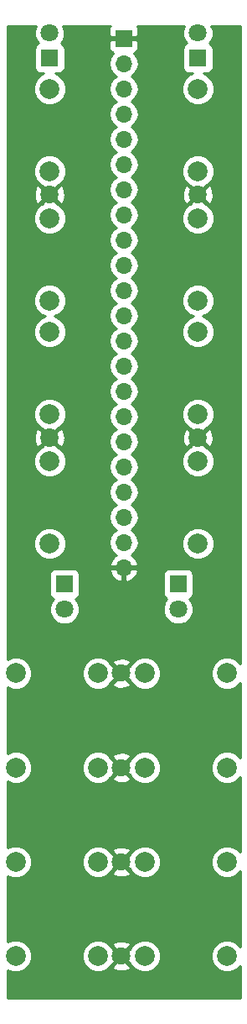
<source format=gbr>
%TF.GenerationSoftware,KiCad,Pcbnew,(5.0.1)-3*%
%TF.CreationDate,2020-04-22T20:28:29+01:00*%
%TF.ProjectId,Front,46726F6E742E6B696361645F70636200,rev?*%
%TF.SameCoordinates,Original*%
%TF.FileFunction,Copper,L1,Top,Signal*%
%TF.FilePolarity,Positive*%
%FSLAX46Y46*%
G04 Gerber Fmt 4.6, Leading zero omitted, Abs format (unit mm)*
G04 Created by KiCad (PCBNEW (5.0.1)-3) date 22/04/2020 20:28:29*
%MOMM*%
%LPD*%
G01*
G04 APERTURE LIST*
%ADD10R,1.800000X1.800000*%
%ADD11C,1.800000*%
%ADD12C,2.000000*%
%ADD13R,1.700000X1.700000*%
%ADD14O,1.700000X1.700000*%
%ADD15C,0.800000*%
%ADD16C,0.254000*%
G04 APERTURE END LIST*
D10*
X30000000Y-24000000D03*
D11*
X30000000Y-21460000D03*
X45000000Y-21460000D03*
D10*
X45000000Y-24000000D03*
D11*
X31500000Y-79540000D03*
D10*
X31500000Y-77000000D03*
X43000000Y-77000000D03*
D11*
X43000000Y-79540000D03*
D12*
X30000000Y-35380000D03*
D11*
X30000000Y-37800000D03*
D12*
X30000000Y-27080000D03*
X30000000Y-48420000D03*
D11*
X30000000Y-37700000D03*
D12*
X30000000Y-40120000D03*
X30000000Y-59880000D03*
D11*
X30000000Y-62300000D03*
D12*
X30000000Y-51580000D03*
X30000000Y-72920000D03*
D11*
X30000000Y-62200000D03*
D12*
X30000000Y-64620000D03*
X45000000Y-35380000D03*
D11*
X45000000Y-37800000D03*
D12*
X45000000Y-27080000D03*
X45000000Y-40120000D03*
D11*
X45000000Y-37700000D03*
D12*
X45000000Y-48420000D03*
X45000000Y-51580000D03*
D11*
X45000000Y-62300000D03*
D12*
X45000000Y-59880000D03*
X45000000Y-64620000D03*
D11*
X45000000Y-62200000D03*
D12*
X45000000Y-72920000D03*
X26580000Y-86000000D03*
D11*
X37300000Y-86000000D03*
D12*
X34880000Y-86000000D03*
X26580000Y-95500000D03*
D11*
X37300000Y-95500000D03*
D12*
X34880000Y-95500000D03*
X26580000Y-105000000D03*
D11*
X37300000Y-105000000D03*
D12*
X34880000Y-105000000D03*
X26580000Y-114500000D03*
D11*
X37300000Y-114500000D03*
D12*
X34880000Y-114500000D03*
X39620000Y-86000000D03*
D11*
X37200000Y-86000000D03*
D12*
X47920000Y-86000000D03*
X39620000Y-95500000D03*
D11*
X37200000Y-95500000D03*
D12*
X47920000Y-95500000D03*
X47920000Y-105000000D03*
D11*
X37200000Y-105000000D03*
D12*
X39620000Y-105000000D03*
X39620000Y-114500000D03*
D11*
X37200000Y-114500000D03*
D12*
X47920000Y-114500000D03*
D13*
X37500000Y-22000000D03*
D14*
X37500000Y-24540000D03*
X37500000Y-27080000D03*
X37500000Y-29620000D03*
X37500000Y-32160000D03*
X37500000Y-34700000D03*
X37500000Y-37240000D03*
X37500000Y-39780000D03*
X37500000Y-42320000D03*
X37500000Y-44860000D03*
X37500000Y-47400000D03*
X37500000Y-49940000D03*
X37500000Y-52480000D03*
X37500000Y-55020000D03*
X37500000Y-57560000D03*
X37500000Y-60100000D03*
X37500000Y-62640000D03*
X37500000Y-65180000D03*
X37500000Y-67720000D03*
X37500000Y-70260000D03*
X37500000Y-72800000D03*
X37500000Y-75340000D03*
D15*
X43875000Y-85700000D03*
X30675000Y-85900000D03*
X27600000Y-75300000D03*
D16*
G36*
X28465000Y-21154670D02*
X28465000Y-21765330D01*
X28698690Y-22329507D01*
X28867908Y-22498725D01*
X28852235Y-22501843D01*
X28642191Y-22642191D01*
X28501843Y-22852235D01*
X28452560Y-23100000D01*
X28452560Y-24900000D01*
X28501843Y-25147765D01*
X28642191Y-25357809D01*
X28852235Y-25498157D01*
X29100000Y-25547440D01*
X29427466Y-25547440D01*
X29073847Y-25693914D01*
X28613914Y-26153847D01*
X28365000Y-26754778D01*
X28365000Y-27405222D01*
X28613914Y-28006153D01*
X29073847Y-28466086D01*
X29674778Y-28715000D01*
X30325222Y-28715000D01*
X30926153Y-28466086D01*
X31386086Y-28006153D01*
X31635000Y-27405222D01*
X31635000Y-26754778D01*
X31386086Y-26153847D01*
X30926153Y-25693914D01*
X30572534Y-25547440D01*
X30900000Y-25547440D01*
X31147765Y-25498157D01*
X31357809Y-25357809D01*
X31498157Y-25147765D01*
X31547440Y-24900000D01*
X31547440Y-24540000D01*
X35985908Y-24540000D01*
X36101161Y-25119418D01*
X36429375Y-25610625D01*
X36727761Y-25810000D01*
X36429375Y-26009375D01*
X36101161Y-26500582D01*
X35985908Y-27080000D01*
X36101161Y-27659418D01*
X36429375Y-28150625D01*
X36727761Y-28350000D01*
X36429375Y-28549375D01*
X36101161Y-29040582D01*
X35985908Y-29620000D01*
X36101161Y-30199418D01*
X36429375Y-30690625D01*
X36727761Y-30890000D01*
X36429375Y-31089375D01*
X36101161Y-31580582D01*
X35985908Y-32160000D01*
X36101161Y-32739418D01*
X36429375Y-33230625D01*
X36727761Y-33430000D01*
X36429375Y-33629375D01*
X36101161Y-34120582D01*
X35985908Y-34700000D01*
X36101161Y-35279418D01*
X36429375Y-35770625D01*
X36727761Y-35970000D01*
X36429375Y-36169375D01*
X36101161Y-36660582D01*
X35985908Y-37240000D01*
X36101161Y-37819418D01*
X36429375Y-38310625D01*
X36727761Y-38510000D01*
X36429375Y-38709375D01*
X36101161Y-39200582D01*
X35985908Y-39780000D01*
X36101161Y-40359418D01*
X36429375Y-40850625D01*
X36727761Y-41050000D01*
X36429375Y-41249375D01*
X36101161Y-41740582D01*
X35985908Y-42320000D01*
X36101161Y-42899418D01*
X36429375Y-43390625D01*
X36727761Y-43590000D01*
X36429375Y-43789375D01*
X36101161Y-44280582D01*
X35985908Y-44860000D01*
X36101161Y-45439418D01*
X36429375Y-45930625D01*
X36727761Y-46130000D01*
X36429375Y-46329375D01*
X36101161Y-46820582D01*
X35985908Y-47400000D01*
X36101161Y-47979418D01*
X36429375Y-48470625D01*
X36727761Y-48670000D01*
X36429375Y-48869375D01*
X36101161Y-49360582D01*
X35985908Y-49940000D01*
X36101161Y-50519418D01*
X36429375Y-51010625D01*
X36727761Y-51210000D01*
X36429375Y-51409375D01*
X36101161Y-51900582D01*
X35985908Y-52480000D01*
X36101161Y-53059418D01*
X36429375Y-53550625D01*
X36727761Y-53750000D01*
X36429375Y-53949375D01*
X36101161Y-54440582D01*
X35985908Y-55020000D01*
X36101161Y-55599418D01*
X36429375Y-56090625D01*
X36727761Y-56290000D01*
X36429375Y-56489375D01*
X36101161Y-56980582D01*
X35985908Y-57560000D01*
X36101161Y-58139418D01*
X36429375Y-58630625D01*
X36727761Y-58830000D01*
X36429375Y-59029375D01*
X36101161Y-59520582D01*
X35985908Y-60100000D01*
X36101161Y-60679418D01*
X36429375Y-61170625D01*
X36727761Y-61370000D01*
X36429375Y-61569375D01*
X36101161Y-62060582D01*
X35985908Y-62640000D01*
X36101161Y-63219418D01*
X36429375Y-63710625D01*
X36727761Y-63910000D01*
X36429375Y-64109375D01*
X36101161Y-64600582D01*
X35985908Y-65180000D01*
X36101161Y-65759418D01*
X36429375Y-66250625D01*
X36727761Y-66450000D01*
X36429375Y-66649375D01*
X36101161Y-67140582D01*
X35985908Y-67720000D01*
X36101161Y-68299418D01*
X36429375Y-68790625D01*
X36727761Y-68990000D01*
X36429375Y-69189375D01*
X36101161Y-69680582D01*
X35985908Y-70260000D01*
X36101161Y-70839418D01*
X36429375Y-71330625D01*
X36727761Y-71530000D01*
X36429375Y-71729375D01*
X36101161Y-72220582D01*
X35985908Y-72800000D01*
X36101161Y-73379418D01*
X36429375Y-73870625D01*
X36748478Y-74083843D01*
X36618642Y-74144817D01*
X36228355Y-74573076D01*
X36058524Y-74983110D01*
X36179845Y-75213000D01*
X37373000Y-75213000D01*
X37373000Y-75193000D01*
X37627000Y-75193000D01*
X37627000Y-75213000D01*
X38820155Y-75213000D01*
X38941476Y-74983110D01*
X38771645Y-74573076D01*
X38381358Y-74144817D01*
X38251522Y-74083843D01*
X38570625Y-73870625D01*
X38898839Y-73379418D01*
X39014092Y-72800000D01*
X38973271Y-72594778D01*
X43365000Y-72594778D01*
X43365000Y-73245222D01*
X43613914Y-73846153D01*
X44073847Y-74306086D01*
X44674778Y-74555000D01*
X45325222Y-74555000D01*
X45926153Y-74306086D01*
X46386086Y-73846153D01*
X46635000Y-73245222D01*
X46635000Y-72594778D01*
X46386086Y-71993847D01*
X45926153Y-71533914D01*
X45325222Y-71285000D01*
X44674778Y-71285000D01*
X44073847Y-71533914D01*
X43613914Y-71993847D01*
X43365000Y-72594778D01*
X38973271Y-72594778D01*
X38898839Y-72220582D01*
X38570625Y-71729375D01*
X38272239Y-71530000D01*
X38570625Y-71330625D01*
X38898839Y-70839418D01*
X39014092Y-70260000D01*
X38898839Y-69680582D01*
X38570625Y-69189375D01*
X38272239Y-68990000D01*
X38570625Y-68790625D01*
X38898839Y-68299418D01*
X39014092Y-67720000D01*
X38898839Y-67140582D01*
X38570625Y-66649375D01*
X38272239Y-66450000D01*
X38570625Y-66250625D01*
X38898839Y-65759418D01*
X39014092Y-65180000D01*
X38898839Y-64600582D01*
X38694508Y-64294778D01*
X43365000Y-64294778D01*
X43365000Y-64945222D01*
X43613914Y-65546153D01*
X44073847Y-66006086D01*
X44674778Y-66255000D01*
X45325222Y-66255000D01*
X45926153Y-66006086D01*
X46386086Y-65546153D01*
X46635000Y-64945222D01*
X46635000Y-64294778D01*
X46386086Y-63693847D01*
X45926153Y-63233914D01*
X45803508Y-63183113D01*
X45000000Y-62379605D01*
X44196492Y-63183113D01*
X44073847Y-63233914D01*
X43613914Y-63693847D01*
X43365000Y-64294778D01*
X38694508Y-64294778D01*
X38570625Y-64109375D01*
X38272239Y-63910000D01*
X38570625Y-63710625D01*
X38898839Y-63219418D01*
X39014092Y-62640000D01*
X38898839Y-62060582D01*
X38831189Y-61959336D01*
X43453542Y-61959336D01*
X43457309Y-62049041D01*
X43453542Y-62059336D01*
X43479161Y-62669460D01*
X43663357Y-63114148D01*
X43919841Y-63200554D01*
X44820395Y-62300000D01*
X44770395Y-62250000D01*
X44820395Y-62200000D01*
X45179605Y-62200000D01*
X45229605Y-62250000D01*
X45179605Y-62300000D01*
X46080159Y-63200554D01*
X46336643Y-63114148D01*
X46546458Y-62540664D01*
X46542691Y-62450959D01*
X46546458Y-62440664D01*
X46520839Y-61830540D01*
X46336643Y-61385852D01*
X46080159Y-61299446D01*
X45179605Y-62200000D01*
X44820395Y-62200000D01*
X43919841Y-61299446D01*
X43663357Y-61385852D01*
X43453542Y-61959336D01*
X38831189Y-61959336D01*
X38570625Y-61569375D01*
X38272239Y-61370000D01*
X38570625Y-61170625D01*
X38898839Y-60679418D01*
X39014092Y-60100000D01*
X38905641Y-59554778D01*
X43365000Y-59554778D01*
X43365000Y-60205222D01*
X43613914Y-60806153D01*
X44073847Y-61266086D01*
X44196492Y-61316887D01*
X45000000Y-62120395D01*
X45803508Y-61316887D01*
X45926153Y-61266086D01*
X46386086Y-60806153D01*
X46635000Y-60205222D01*
X46635000Y-59554778D01*
X46386086Y-58953847D01*
X45926153Y-58493914D01*
X45325222Y-58245000D01*
X44674778Y-58245000D01*
X44073847Y-58493914D01*
X43613914Y-58953847D01*
X43365000Y-59554778D01*
X38905641Y-59554778D01*
X38898839Y-59520582D01*
X38570625Y-59029375D01*
X38272239Y-58830000D01*
X38570625Y-58630625D01*
X38898839Y-58139418D01*
X39014092Y-57560000D01*
X38898839Y-56980582D01*
X38570625Y-56489375D01*
X38272239Y-56290000D01*
X38570625Y-56090625D01*
X38898839Y-55599418D01*
X39014092Y-55020000D01*
X38898839Y-54440582D01*
X38570625Y-53949375D01*
X38272239Y-53750000D01*
X38570625Y-53550625D01*
X38898839Y-53059418D01*
X39014092Y-52480000D01*
X38898839Y-51900582D01*
X38570625Y-51409375D01*
X38272239Y-51210000D01*
X38570625Y-51010625D01*
X38898839Y-50519418D01*
X39014092Y-49940000D01*
X38898839Y-49360582D01*
X38570625Y-48869375D01*
X38272239Y-48670000D01*
X38570625Y-48470625D01*
X38821757Y-48094778D01*
X43365000Y-48094778D01*
X43365000Y-48745222D01*
X43613914Y-49346153D01*
X44073847Y-49806086D01*
X44541996Y-50000000D01*
X44073847Y-50193914D01*
X43613914Y-50653847D01*
X43365000Y-51254778D01*
X43365000Y-51905222D01*
X43613914Y-52506153D01*
X44073847Y-52966086D01*
X44674778Y-53215000D01*
X45325222Y-53215000D01*
X45926153Y-52966086D01*
X46386086Y-52506153D01*
X46635000Y-51905222D01*
X46635000Y-51254778D01*
X46386086Y-50653847D01*
X45926153Y-50193914D01*
X45458004Y-50000000D01*
X45926153Y-49806086D01*
X46386086Y-49346153D01*
X46635000Y-48745222D01*
X46635000Y-48094778D01*
X46386086Y-47493847D01*
X45926153Y-47033914D01*
X45325222Y-46785000D01*
X44674778Y-46785000D01*
X44073847Y-47033914D01*
X43613914Y-47493847D01*
X43365000Y-48094778D01*
X38821757Y-48094778D01*
X38898839Y-47979418D01*
X39014092Y-47400000D01*
X38898839Y-46820582D01*
X38570625Y-46329375D01*
X38272239Y-46130000D01*
X38570625Y-45930625D01*
X38898839Y-45439418D01*
X39014092Y-44860000D01*
X38898839Y-44280582D01*
X38570625Y-43789375D01*
X38272239Y-43590000D01*
X38570625Y-43390625D01*
X38898839Y-42899418D01*
X39014092Y-42320000D01*
X38898839Y-41740582D01*
X38570625Y-41249375D01*
X38272239Y-41050000D01*
X38570625Y-40850625D01*
X38898839Y-40359418D01*
X39011152Y-39794778D01*
X43365000Y-39794778D01*
X43365000Y-40445222D01*
X43613914Y-41046153D01*
X44073847Y-41506086D01*
X44674778Y-41755000D01*
X45325222Y-41755000D01*
X45926153Y-41506086D01*
X46386086Y-41046153D01*
X46635000Y-40445222D01*
X46635000Y-39794778D01*
X46386086Y-39193847D01*
X45926153Y-38733914D01*
X45803508Y-38683113D01*
X45000000Y-37879605D01*
X44196492Y-38683113D01*
X44073847Y-38733914D01*
X43613914Y-39193847D01*
X43365000Y-39794778D01*
X39011152Y-39794778D01*
X39014092Y-39780000D01*
X38898839Y-39200582D01*
X38570625Y-38709375D01*
X38272239Y-38510000D01*
X38570625Y-38310625D01*
X38898839Y-37819418D01*
X38970463Y-37459336D01*
X43453542Y-37459336D01*
X43457309Y-37549041D01*
X43453542Y-37559336D01*
X43479161Y-38169460D01*
X43663357Y-38614148D01*
X43919841Y-38700554D01*
X44820395Y-37800000D01*
X44770395Y-37750000D01*
X44820395Y-37700000D01*
X45179605Y-37700000D01*
X45229605Y-37750000D01*
X45179605Y-37800000D01*
X46080159Y-38700554D01*
X46336643Y-38614148D01*
X46546458Y-38040664D01*
X46542691Y-37950959D01*
X46546458Y-37940664D01*
X46520839Y-37330540D01*
X46336643Y-36885852D01*
X46080159Y-36799446D01*
X45179605Y-37700000D01*
X44820395Y-37700000D01*
X43919841Y-36799446D01*
X43663357Y-36885852D01*
X43453542Y-37459336D01*
X38970463Y-37459336D01*
X39014092Y-37240000D01*
X38898839Y-36660582D01*
X38570625Y-36169375D01*
X38272239Y-35970000D01*
X38570625Y-35770625D01*
X38898839Y-35279418D01*
X38943522Y-35054778D01*
X43365000Y-35054778D01*
X43365000Y-35705222D01*
X43613914Y-36306153D01*
X44073847Y-36766086D01*
X44196492Y-36816887D01*
X45000000Y-37620395D01*
X45803508Y-36816887D01*
X45926153Y-36766086D01*
X46386086Y-36306153D01*
X46635000Y-35705222D01*
X46635000Y-35054778D01*
X46386086Y-34453847D01*
X45926153Y-33993914D01*
X45325222Y-33745000D01*
X44674778Y-33745000D01*
X44073847Y-33993914D01*
X43613914Y-34453847D01*
X43365000Y-35054778D01*
X38943522Y-35054778D01*
X39014092Y-34700000D01*
X38898839Y-34120582D01*
X38570625Y-33629375D01*
X38272239Y-33430000D01*
X38570625Y-33230625D01*
X38898839Y-32739418D01*
X39014092Y-32160000D01*
X38898839Y-31580582D01*
X38570625Y-31089375D01*
X38272239Y-30890000D01*
X38570625Y-30690625D01*
X38898839Y-30199418D01*
X39014092Y-29620000D01*
X38898839Y-29040582D01*
X38570625Y-28549375D01*
X38272239Y-28350000D01*
X38570625Y-28150625D01*
X38898839Y-27659418D01*
X39014092Y-27080000D01*
X38898839Y-26500582D01*
X38570625Y-26009375D01*
X38272239Y-25810000D01*
X38570625Y-25610625D01*
X38898839Y-25119418D01*
X39014092Y-24540000D01*
X38898839Y-23960582D01*
X38570625Y-23469375D01*
X38548967Y-23454904D01*
X38709698Y-23388327D01*
X38888327Y-23209699D01*
X38985000Y-22976310D01*
X38985000Y-22285750D01*
X38826250Y-22127000D01*
X37627000Y-22127000D01*
X37627000Y-22147000D01*
X37373000Y-22147000D01*
X37373000Y-22127000D01*
X36173750Y-22127000D01*
X36015000Y-22285750D01*
X36015000Y-22976310D01*
X36111673Y-23209699D01*
X36290302Y-23388327D01*
X36451033Y-23454904D01*
X36429375Y-23469375D01*
X36101161Y-23960582D01*
X35985908Y-24540000D01*
X31547440Y-24540000D01*
X31547440Y-23100000D01*
X31498157Y-22852235D01*
X31357809Y-22642191D01*
X31147765Y-22501843D01*
X31132092Y-22498725D01*
X31301310Y-22329507D01*
X31535000Y-21765330D01*
X31535000Y-21154670D01*
X31361167Y-20735000D01*
X36166974Y-20735000D01*
X36111673Y-20790301D01*
X36015000Y-21023690D01*
X36015000Y-21714250D01*
X36173750Y-21873000D01*
X37373000Y-21873000D01*
X37373000Y-21853000D01*
X37627000Y-21853000D01*
X37627000Y-21873000D01*
X38826250Y-21873000D01*
X38985000Y-21714250D01*
X38985000Y-21023690D01*
X38888327Y-20790301D01*
X38833026Y-20735000D01*
X43638833Y-20735000D01*
X43465000Y-21154670D01*
X43465000Y-21765330D01*
X43698690Y-22329507D01*
X43867908Y-22498725D01*
X43852235Y-22501843D01*
X43642191Y-22642191D01*
X43501843Y-22852235D01*
X43452560Y-23100000D01*
X43452560Y-24900000D01*
X43501843Y-25147765D01*
X43642191Y-25357809D01*
X43852235Y-25498157D01*
X44100000Y-25547440D01*
X44427466Y-25547440D01*
X44073847Y-25693914D01*
X43613914Y-26153847D01*
X43365000Y-26754778D01*
X43365000Y-27405222D01*
X43613914Y-28006153D01*
X44073847Y-28466086D01*
X44674778Y-28715000D01*
X45325222Y-28715000D01*
X45926153Y-28466086D01*
X46386086Y-28006153D01*
X46635000Y-27405222D01*
X46635000Y-26754778D01*
X46386086Y-26153847D01*
X45926153Y-25693914D01*
X45572534Y-25547440D01*
X45900000Y-25547440D01*
X46147765Y-25498157D01*
X46357809Y-25357809D01*
X46498157Y-25147765D01*
X46547440Y-24900000D01*
X46547440Y-23100000D01*
X46498157Y-22852235D01*
X46357809Y-22642191D01*
X46147765Y-22501843D01*
X46132092Y-22498725D01*
X46301310Y-22329507D01*
X46535000Y-21765330D01*
X46535000Y-21154670D01*
X46361167Y-20735000D01*
X49265000Y-20735000D01*
X49265001Y-85032762D01*
X48846153Y-84613914D01*
X48245222Y-84365000D01*
X47594778Y-84365000D01*
X46993847Y-84613914D01*
X46533914Y-85073847D01*
X46285000Y-85674778D01*
X46285000Y-86325222D01*
X46533914Y-86926153D01*
X46993847Y-87386086D01*
X47594778Y-87635000D01*
X48245222Y-87635000D01*
X48846153Y-87386086D01*
X49265001Y-86967238D01*
X49265001Y-94532762D01*
X48846153Y-94113914D01*
X48245222Y-93865000D01*
X47594778Y-93865000D01*
X46993847Y-94113914D01*
X46533914Y-94573847D01*
X46285000Y-95174778D01*
X46285000Y-95825222D01*
X46533914Y-96426153D01*
X46993847Y-96886086D01*
X47594778Y-97135000D01*
X48245222Y-97135000D01*
X48846153Y-96886086D01*
X49265001Y-96467238D01*
X49265001Y-104032762D01*
X48846153Y-103613914D01*
X48245222Y-103365000D01*
X47594778Y-103365000D01*
X46993847Y-103613914D01*
X46533914Y-104073847D01*
X46285000Y-104674778D01*
X46285000Y-105325222D01*
X46533914Y-105926153D01*
X46993847Y-106386086D01*
X47594778Y-106635000D01*
X48245222Y-106635000D01*
X48846153Y-106386086D01*
X49265001Y-105967238D01*
X49265001Y-113532762D01*
X48846153Y-113113914D01*
X48245222Y-112865000D01*
X47594778Y-112865000D01*
X46993847Y-113113914D01*
X46533914Y-113573847D01*
X46285000Y-114174778D01*
X46285000Y-114825222D01*
X46533914Y-115426153D01*
X46993847Y-115886086D01*
X47594778Y-116135000D01*
X48245222Y-116135000D01*
X48846153Y-115886086D01*
X49265001Y-115467238D01*
X49265001Y-118765000D01*
X25735000Y-118765000D01*
X25735000Y-115919701D01*
X26254778Y-116135000D01*
X26905222Y-116135000D01*
X27506153Y-115886086D01*
X27966086Y-115426153D01*
X28215000Y-114825222D01*
X28215000Y-114174778D01*
X33245000Y-114174778D01*
X33245000Y-114825222D01*
X33493914Y-115426153D01*
X33953847Y-115886086D01*
X34554778Y-116135000D01*
X35205222Y-116135000D01*
X35806153Y-115886086D01*
X36112080Y-115580159D01*
X36299446Y-115580159D01*
X36385852Y-115836643D01*
X36959336Y-116046458D01*
X37049041Y-116042691D01*
X37059336Y-116046458D01*
X37669460Y-116020839D01*
X38114148Y-115836643D01*
X38200554Y-115580159D01*
X37300000Y-114679605D01*
X37250000Y-114729605D01*
X37200000Y-114679605D01*
X36299446Y-115580159D01*
X36112080Y-115580159D01*
X36266086Y-115426153D01*
X36316887Y-115303508D01*
X37120395Y-114500000D01*
X37379605Y-114500000D01*
X38183113Y-115303508D01*
X38233914Y-115426153D01*
X38693847Y-115886086D01*
X39294778Y-116135000D01*
X39945222Y-116135000D01*
X40546153Y-115886086D01*
X41006086Y-115426153D01*
X41255000Y-114825222D01*
X41255000Y-114174778D01*
X41006086Y-113573847D01*
X40546153Y-113113914D01*
X39945222Y-112865000D01*
X39294778Y-112865000D01*
X38693847Y-113113914D01*
X38233914Y-113573847D01*
X38183113Y-113696492D01*
X37379605Y-114500000D01*
X37120395Y-114500000D01*
X36316887Y-113696492D01*
X36266086Y-113573847D01*
X36112080Y-113419841D01*
X36299446Y-113419841D01*
X37200000Y-114320395D01*
X37250000Y-114270395D01*
X37300000Y-114320395D01*
X38200554Y-113419841D01*
X38114148Y-113163357D01*
X37540664Y-112953542D01*
X37450959Y-112957309D01*
X37440664Y-112953542D01*
X36830540Y-112979161D01*
X36385852Y-113163357D01*
X36299446Y-113419841D01*
X36112080Y-113419841D01*
X35806153Y-113113914D01*
X35205222Y-112865000D01*
X34554778Y-112865000D01*
X33953847Y-113113914D01*
X33493914Y-113573847D01*
X33245000Y-114174778D01*
X28215000Y-114174778D01*
X27966086Y-113573847D01*
X27506153Y-113113914D01*
X26905222Y-112865000D01*
X26254778Y-112865000D01*
X25735000Y-113080299D01*
X25735000Y-106419701D01*
X26254778Y-106635000D01*
X26905222Y-106635000D01*
X27506153Y-106386086D01*
X27966086Y-105926153D01*
X28215000Y-105325222D01*
X28215000Y-104674778D01*
X33245000Y-104674778D01*
X33245000Y-105325222D01*
X33493914Y-105926153D01*
X33953847Y-106386086D01*
X34554778Y-106635000D01*
X35205222Y-106635000D01*
X35806153Y-106386086D01*
X36112080Y-106080159D01*
X36299446Y-106080159D01*
X36385852Y-106336643D01*
X36959336Y-106546458D01*
X37049041Y-106542691D01*
X37059336Y-106546458D01*
X37669460Y-106520839D01*
X38114148Y-106336643D01*
X38200554Y-106080159D01*
X37300000Y-105179605D01*
X37250000Y-105229605D01*
X37200000Y-105179605D01*
X36299446Y-106080159D01*
X36112080Y-106080159D01*
X36266086Y-105926153D01*
X36316887Y-105803508D01*
X37120395Y-105000000D01*
X37379605Y-105000000D01*
X38183113Y-105803508D01*
X38233914Y-105926153D01*
X38693847Y-106386086D01*
X39294778Y-106635000D01*
X39945222Y-106635000D01*
X40546153Y-106386086D01*
X41006086Y-105926153D01*
X41255000Y-105325222D01*
X41255000Y-104674778D01*
X41006086Y-104073847D01*
X40546153Y-103613914D01*
X39945222Y-103365000D01*
X39294778Y-103365000D01*
X38693847Y-103613914D01*
X38233914Y-104073847D01*
X38183113Y-104196492D01*
X37379605Y-105000000D01*
X37120395Y-105000000D01*
X36316887Y-104196492D01*
X36266086Y-104073847D01*
X36112080Y-103919841D01*
X36299446Y-103919841D01*
X37200000Y-104820395D01*
X37250000Y-104770395D01*
X37300000Y-104820395D01*
X38200554Y-103919841D01*
X38114148Y-103663357D01*
X37540664Y-103453542D01*
X37450959Y-103457309D01*
X37440664Y-103453542D01*
X36830540Y-103479161D01*
X36385852Y-103663357D01*
X36299446Y-103919841D01*
X36112080Y-103919841D01*
X35806153Y-103613914D01*
X35205222Y-103365000D01*
X34554778Y-103365000D01*
X33953847Y-103613914D01*
X33493914Y-104073847D01*
X33245000Y-104674778D01*
X28215000Y-104674778D01*
X27966086Y-104073847D01*
X27506153Y-103613914D01*
X26905222Y-103365000D01*
X26254778Y-103365000D01*
X25735000Y-103580299D01*
X25735000Y-96919701D01*
X26254778Y-97135000D01*
X26905222Y-97135000D01*
X27506153Y-96886086D01*
X27966086Y-96426153D01*
X28215000Y-95825222D01*
X28215000Y-95174778D01*
X33245000Y-95174778D01*
X33245000Y-95825222D01*
X33493914Y-96426153D01*
X33953847Y-96886086D01*
X34554778Y-97135000D01*
X35205222Y-97135000D01*
X35806153Y-96886086D01*
X36112080Y-96580159D01*
X36299446Y-96580159D01*
X36385852Y-96836643D01*
X36959336Y-97046458D01*
X37049041Y-97042691D01*
X37059336Y-97046458D01*
X37669460Y-97020839D01*
X38114148Y-96836643D01*
X38200554Y-96580159D01*
X37300000Y-95679605D01*
X37250000Y-95729605D01*
X37200000Y-95679605D01*
X36299446Y-96580159D01*
X36112080Y-96580159D01*
X36266086Y-96426153D01*
X36316887Y-96303508D01*
X37120395Y-95500000D01*
X37379605Y-95500000D01*
X38183113Y-96303508D01*
X38233914Y-96426153D01*
X38693847Y-96886086D01*
X39294778Y-97135000D01*
X39945222Y-97135000D01*
X40546153Y-96886086D01*
X41006086Y-96426153D01*
X41255000Y-95825222D01*
X41255000Y-95174778D01*
X41006086Y-94573847D01*
X40546153Y-94113914D01*
X39945222Y-93865000D01*
X39294778Y-93865000D01*
X38693847Y-94113914D01*
X38233914Y-94573847D01*
X38183113Y-94696492D01*
X37379605Y-95500000D01*
X37120395Y-95500000D01*
X36316887Y-94696492D01*
X36266086Y-94573847D01*
X36112080Y-94419841D01*
X36299446Y-94419841D01*
X37200000Y-95320395D01*
X37250000Y-95270395D01*
X37300000Y-95320395D01*
X38200554Y-94419841D01*
X38114148Y-94163357D01*
X37540664Y-93953542D01*
X37450959Y-93957309D01*
X37440664Y-93953542D01*
X36830540Y-93979161D01*
X36385852Y-94163357D01*
X36299446Y-94419841D01*
X36112080Y-94419841D01*
X35806153Y-94113914D01*
X35205222Y-93865000D01*
X34554778Y-93865000D01*
X33953847Y-94113914D01*
X33493914Y-94573847D01*
X33245000Y-95174778D01*
X28215000Y-95174778D01*
X27966086Y-94573847D01*
X27506153Y-94113914D01*
X26905222Y-93865000D01*
X26254778Y-93865000D01*
X25735000Y-94080299D01*
X25735000Y-87419701D01*
X26254778Y-87635000D01*
X26905222Y-87635000D01*
X27506153Y-87386086D01*
X27966086Y-86926153D01*
X28215000Y-86325222D01*
X28215000Y-85674778D01*
X33245000Y-85674778D01*
X33245000Y-86325222D01*
X33493914Y-86926153D01*
X33953847Y-87386086D01*
X34554778Y-87635000D01*
X35205222Y-87635000D01*
X35806153Y-87386086D01*
X36112080Y-87080159D01*
X36299446Y-87080159D01*
X36385852Y-87336643D01*
X36959336Y-87546458D01*
X37049041Y-87542691D01*
X37059336Y-87546458D01*
X37669460Y-87520839D01*
X38114148Y-87336643D01*
X38200554Y-87080159D01*
X37300000Y-86179605D01*
X37250000Y-86229605D01*
X37200000Y-86179605D01*
X36299446Y-87080159D01*
X36112080Y-87080159D01*
X36266086Y-86926153D01*
X36316887Y-86803508D01*
X37120395Y-86000000D01*
X37379605Y-86000000D01*
X38183113Y-86803508D01*
X38233914Y-86926153D01*
X38693847Y-87386086D01*
X39294778Y-87635000D01*
X39945222Y-87635000D01*
X40546153Y-87386086D01*
X41006086Y-86926153D01*
X41255000Y-86325222D01*
X41255000Y-85674778D01*
X41006086Y-85073847D01*
X40546153Y-84613914D01*
X39945222Y-84365000D01*
X39294778Y-84365000D01*
X38693847Y-84613914D01*
X38233914Y-85073847D01*
X38183113Y-85196492D01*
X37379605Y-86000000D01*
X37120395Y-86000000D01*
X36316887Y-85196492D01*
X36266086Y-85073847D01*
X36112080Y-84919841D01*
X36299446Y-84919841D01*
X37200000Y-85820395D01*
X37250000Y-85770395D01*
X37300000Y-85820395D01*
X38200554Y-84919841D01*
X38114148Y-84663357D01*
X37540664Y-84453542D01*
X37450959Y-84457309D01*
X37440664Y-84453542D01*
X36830540Y-84479161D01*
X36385852Y-84663357D01*
X36299446Y-84919841D01*
X36112080Y-84919841D01*
X35806153Y-84613914D01*
X35205222Y-84365000D01*
X34554778Y-84365000D01*
X33953847Y-84613914D01*
X33493914Y-85073847D01*
X33245000Y-85674778D01*
X28215000Y-85674778D01*
X27966086Y-85073847D01*
X27506153Y-84613914D01*
X26905222Y-84365000D01*
X26254778Y-84365000D01*
X25735000Y-84580299D01*
X25735000Y-76100000D01*
X29952560Y-76100000D01*
X29952560Y-77900000D01*
X30001843Y-78147765D01*
X30142191Y-78357809D01*
X30352235Y-78498157D01*
X30367908Y-78501275D01*
X30198690Y-78670493D01*
X29965000Y-79234670D01*
X29965000Y-79845330D01*
X30198690Y-80409507D01*
X30630493Y-80841310D01*
X31194670Y-81075000D01*
X31805330Y-81075000D01*
X32369507Y-80841310D01*
X32801310Y-80409507D01*
X33035000Y-79845330D01*
X33035000Y-79234670D01*
X32801310Y-78670493D01*
X32632092Y-78501275D01*
X32647765Y-78498157D01*
X32857809Y-78357809D01*
X32998157Y-78147765D01*
X33047440Y-77900000D01*
X33047440Y-76100000D01*
X32998157Y-75852235D01*
X32894358Y-75696890D01*
X36058524Y-75696890D01*
X36228355Y-76106924D01*
X36618642Y-76535183D01*
X37143108Y-76781486D01*
X37373000Y-76660819D01*
X37373000Y-75467000D01*
X37627000Y-75467000D01*
X37627000Y-76660819D01*
X37856892Y-76781486D01*
X38381358Y-76535183D01*
X38771645Y-76106924D01*
X38774512Y-76100000D01*
X41452560Y-76100000D01*
X41452560Y-77900000D01*
X41501843Y-78147765D01*
X41642191Y-78357809D01*
X41852235Y-78498157D01*
X41867908Y-78501275D01*
X41698690Y-78670493D01*
X41465000Y-79234670D01*
X41465000Y-79845330D01*
X41698690Y-80409507D01*
X42130493Y-80841310D01*
X42694670Y-81075000D01*
X43305330Y-81075000D01*
X43869507Y-80841310D01*
X44301310Y-80409507D01*
X44535000Y-79845330D01*
X44535000Y-79234670D01*
X44301310Y-78670493D01*
X44132092Y-78501275D01*
X44147765Y-78498157D01*
X44357809Y-78357809D01*
X44498157Y-78147765D01*
X44547440Y-77900000D01*
X44547440Y-76100000D01*
X44498157Y-75852235D01*
X44357809Y-75642191D01*
X44147765Y-75501843D01*
X43900000Y-75452560D01*
X42100000Y-75452560D01*
X41852235Y-75501843D01*
X41642191Y-75642191D01*
X41501843Y-75852235D01*
X41452560Y-76100000D01*
X38774512Y-76100000D01*
X38941476Y-75696890D01*
X38820155Y-75467000D01*
X37627000Y-75467000D01*
X37373000Y-75467000D01*
X36179845Y-75467000D01*
X36058524Y-75696890D01*
X32894358Y-75696890D01*
X32857809Y-75642191D01*
X32647765Y-75501843D01*
X32400000Y-75452560D01*
X30600000Y-75452560D01*
X30352235Y-75501843D01*
X30142191Y-75642191D01*
X30001843Y-75852235D01*
X29952560Y-76100000D01*
X25735000Y-76100000D01*
X25735000Y-72594778D01*
X28365000Y-72594778D01*
X28365000Y-73245222D01*
X28613914Y-73846153D01*
X29073847Y-74306086D01*
X29674778Y-74555000D01*
X30325222Y-74555000D01*
X30926153Y-74306086D01*
X31386086Y-73846153D01*
X31635000Y-73245222D01*
X31635000Y-72594778D01*
X31386086Y-71993847D01*
X30926153Y-71533914D01*
X30325222Y-71285000D01*
X29674778Y-71285000D01*
X29073847Y-71533914D01*
X28613914Y-71993847D01*
X28365000Y-72594778D01*
X25735000Y-72594778D01*
X25735000Y-64294778D01*
X28365000Y-64294778D01*
X28365000Y-64945222D01*
X28613914Y-65546153D01*
X29073847Y-66006086D01*
X29674778Y-66255000D01*
X30325222Y-66255000D01*
X30926153Y-66006086D01*
X31386086Y-65546153D01*
X31635000Y-64945222D01*
X31635000Y-64294778D01*
X31386086Y-63693847D01*
X30926153Y-63233914D01*
X30803508Y-63183113D01*
X30000000Y-62379605D01*
X29196492Y-63183113D01*
X29073847Y-63233914D01*
X28613914Y-63693847D01*
X28365000Y-64294778D01*
X25735000Y-64294778D01*
X25735000Y-61959336D01*
X28453542Y-61959336D01*
X28457309Y-62049041D01*
X28453542Y-62059336D01*
X28479161Y-62669460D01*
X28663357Y-63114148D01*
X28919841Y-63200554D01*
X29820395Y-62300000D01*
X29770395Y-62250000D01*
X29820395Y-62200000D01*
X30179605Y-62200000D01*
X30229605Y-62250000D01*
X30179605Y-62300000D01*
X31080159Y-63200554D01*
X31336643Y-63114148D01*
X31546458Y-62540664D01*
X31542691Y-62450959D01*
X31546458Y-62440664D01*
X31520839Y-61830540D01*
X31336643Y-61385852D01*
X31080159Y-61299446D01*
X30179605Y-62200000D01*
X29820395Y-62200000D01*
X28919841Y-61299446D01*
X28663357Y-61385852D01*
X28453542Y-61959336D01*
X25735000Y-61959336D01*
X25735000Y-59554778D01*
X28365000Y-59554778D01*
X28365000Y-60205222D01*
X28613914Y-60806153D01*
X29073847Y-61266086D01*
X29196492Y-61316887D01*
X30000000Y-62120395D01*
X30803508Y-61316887D01*
X30926153Y-61266086D01*
X31386086Y-60806153D01*
X31635000Y-60205222D01*
X31635000Y-59554778D01*
X31386086Y-58953847D01*
X30926153Y-58493914D01*
X30325222Y-58245000D01*
X29674778Y-58245000D01*
X29073847Y-58493914D01*
X28613914Y-58953847D01*
X28365000Y-59554778D01*
X25735000Y-59554778D01*
X25735000Y-48094778D01*
X28365000Y-48094778D01*
X28365000Y-48745222D01*
X28613914Y-49346153D01*
X29073847Y-49806086D01*
X29541996Y-50000000D01*
X29073847Y-50193914D01*
X28613914Y-50653847D01*
X28365000Y-51254778D01*
X28365000Y-51905222D01*
X28613914Y-52506153D01*
X29073847Y-52966086D01*
X29674778Y-53215000D01*
X30325222Y-53215000D01*
X30926153Y-52966086D01*
X31386086Y-52506153D01*
X31635000Y-51905222D01*
X31635000Y-51254778D01*
X31386086Y-50653847D01*
X30926153Y-50193914D01*
X30458004Y-50000000D01*
X30926153Y-49806086D01*
X31386086Y-49346153D01*
X31635000Y-48745222D01*
X31635000Y-48094778D01*
X31386086Y-47493847D01*
X30926153Y-47033914D01*
X30325222Y-46785000D01*
X29674778Y-46785000D01*
X29073847Y-47033914D01*
X28613914Y-47493847D01*
X28365000Y-48094778D01*
X25735000Y-48094778D01*
X25735000Y-39794778D01*
X28365000Y-39794778D01*
X28365000Y-40445222D01*
X28613914Y-41046153D01*
X29073847Y-41506086D01*
X29674778Y-41755000D01*
X30325222Y-41755000D01*
X30926153Y-41506086D01*
X31386086Y-41046153D01*
X31635000Y-40445222D01*
X31635000Y-39794778D01*
X31386086Y-39193847D01*
X30926153Y-38733914D01*
X30803508Y-38683113D01*
X30000000Y-37879605D01*
X29196492Y-38683113D01*
X29073847Y-38733914D01*
X28613914Y-39193847D01*
X28365000Y-39794778D01*
X25735000Y-39794778D01*
X25735000Y-37459336D01*
X28453542Y-37459336D01*
X28457309Y-37549041D01*
X28453542Y-37559336D01*
X28479161Y-38169460D01*
X28663357Y-38614148D01*
X28919841Y-38700554D01*
X29820395Y-37800000D01*
X29770395Y-37750000D01*
X29820395Y-37700000D01*
X30179605Y-37700000D01*
X30229605Y-37750000D01*
X30179605Y-37800000D01*
X31080159Y-38700554D01*
X31336643Y-38614148D01*
X31546458Y-38040664D01*
X31542691Y-37950959D01*
X31546458Y-37940664D01*
X31520839Y-37330540D01*
X31336643Y-36885852D01*
X31080159Y-36799446D01*
X30179605Y-37700000D01*
X29820395Y-37700000D01*
X28919841Y-36799446D01*
X28663357Y-36885852D01*
X28453542Y-37459336D01*
X25735000Y-37459336D01*
X25735000Y-35054778D01*
X28365000Y-35054778D01*
X28365000Y-35705222D01*
X28613914Y-36306153D01*
X29073847Y-36766086D01*
X29196492Y-36816887D01*
X30000000Y-37620395D01*
X30803508Y-36816887D01*
X30926153Y-36766086D01*
X31386086Y-36306153D01*
X31635000Y-35705222D01*
X31635000Y-35054778D01*
X31386086Y-34453847D01*
X30926153Y-33993914D01*
X30325222Y-33745000D01*
X29674778Y-33745000D01*
X29073847Y-33993914D01*
X28613914Y-34453847D01*
X28365000Y-35054778D01*
X25735000Y-35054778D01*
X25735000Y-20735000D01*
X28638833Y-20735000D01*
X28465000Y-21154670D01*
X28465000Y-21154670D01*
G37*
X28465000Y-21154670D02*
X28465000Y-21765330D01*
X28698690Y-22329507D01*
X28867908Y-22498725D01*
X28852235Y-22501843D01*
X28642191Y-22642191D01*
X28501843Y-22852235D01*
X28452560Y-23100000D01*
X28452560Y-24900000D01*
X28501843Y-25147765D01*
X28642191Y-25357809D01*
X28852235Y-25498157D01*
X29100000Y-25547440D01*
X29427466Y-25547440D01*
X29073847Y-25693914D01*
X28613914Y-26153847D01*
X28365000Y-26754778D01*
X28365000Y-27405222D01*
X28613914Y-28006153D01*
X29073847Y-28466086D01*
X29674778Y-28715000D01*
X30325222Y-28715000D01*
X30926153Y-28466086D01*
X31386086Y-28006153D01*
X31635000Y-27405222D01*
X31635000Y-26754778D01*
X31386086Y-26153847D01*
X30926153Y-25693914D01*
X30572534Y-25547440D01*
X30900000Y-25547440D01*
X31147765Y-25498157D01*
X31357809Y-25357809D01*
X31498157Y-25147765D01*
X31547440Y-24900000D01*
X31547440Y-24540000D01*
X35985908Y-24540000D01*
X36101161Y-25119418D01*
X36429375Y-25610625D01*
X36727761Y-25810000D01*
X36429375Y-26009375D01*
X36101161Y-26500582D01*
X35985908Y-27080000D01*
X36101161Y-27659418D01*
X36429375Y-28150625D01*
X36727761Y-28350000D01*
X36429375Y-28549375D01*
X36101161Y-29040582D01*
X35985908Y-29620000D01*
X36101161Y-30199418D01*
X36429375Y-30690625D01*
X36727761Y-30890000D01*
X36429375Y-31089375D01*
X36101161Y-31580582D01*
X35985908Y-32160000D01*
X36101161Y-32739418D01*
X36429375Y-33230625D01*
X36727761Y-33430000D01*
X36429375Y-33629375D01*
X36101161Y-34120582D01*
X35985908Y-34700000D01*
X36101161Y-35279418D01*
X36429375Y-35770625D01*
X36727761Y-35970000D01*
X36429375Y-36169375D01*
X36101161Y-36660582D01*
X35985908Y-37240000D01*
X36101161Y-37819418D01*
X36429375Y-38310625D01*
X36727761Y-38510000D01*
X36429375Y-38709375D01*
X36101161Y-39200582D01*
X35985908Y-39780000D01*
X36101161Y-40359418D01*
X36429375Y-40850625D01*
X36727761Y-41050000D01*
X36429375Y-41249375D01*
X36101161Y-41740582D01*
X35985908Y-42320000D01*
X36101161Y-42899418D01*
X36429375Y-43390625D01*
X36727761Y-43590000D01*
X36429375Y-43789375D01*
X36101161Y-44280582D01*
X35985908Y-44860000D01*
X36101161Y-45439418D01*
X36429375Y-45930625D01*
X36727761Y-46130000D01*
X36429375Y-46329375D01*
X36101161Y-46820582D01*
X35985908Y-47400000D01*
X36101161Y-47979418D01*
X36429375Y-48470625D01*
X36727761Y-48670000D01*
X36429375Y-48869375D01*
X36101161Y-49360582D01*
X35985908Y-49940000D01*
X36101161Y-50519418D01*
X36429375Y-51010625D01*
X36727761Y-51210000D01*
X36429375Y-51409375D01*
X36101161Y-51900582D01*
X35985908Y-52480000D01*
X36101161Y-53059418D01*
X36429375Y-53550625D01*
X36727761Y-53750000D01*
X36429375Y-53949375D01*
X36101161Y-54440582D01*
X35985908Y-55020000D01*
X36101161Y-55599418D01*
X36429375Y-56090625D01*
X36727761Y-56290000D01*
X36429375Y-56489375D01*
X36101161Y-56980582D01*
X35985908Y-57560000D01*
X36101161Y-58139418D01*
X36429375Y-58630625D01*
X36727761Y-58830000D01*
X36429375Y-59029375D01*
X36101161Y-59520582D01*
X35985908Y-60100000D01*
X36101161Y-60679418D01*
X36429375Y-61170625D01*
X36727761Y-61370000D01*
X36429375Y-61569375D01*
X36101161Y-62060582D01*
X35985908Y-62640000D01*
X36101161Y-63219418D01*
X36429375Y-63710625D01*
X36727761Y-63910000D01*
X36429375Y-64109375D01*
X36101161Y-64600582D01*
X35985908Y-65180000D01*
X36101161Y-65759418D01*
X36429375Y-66250625D01*
X36727761Y-66450000D01*
X36429375Y-66649375D01*
X36101161Y-67140582D01*
X35985908Y-67720000D01*
X36101161Y-68299418D01*
X36429375Y-68790625D01*
X36727761Y-68990000D01*
X36429375Y-69189375D01*
X36101161Y-69680582D01*
X35985908Y-70260000D01*
X36101161Y-70839418D01*
X36429375Y-71330625D01*
X36727761Y-71530000D01*
X36429375Y-71729375D01*
X36101161Y-72220582D01*
X35985908Y-72800000D01*
X36101161Y-73379418D01*
X36429375Y-73870625D01*
X36748478Y-74083843D01*
X36618642Y-74144817D01*
X36228355Y-74573076D01*
X36058524Y-74983110D01*
X36179845Y-75213000D01*
X37373000Y-75213000D01*
X37373000Y-75193000D01*
X37627000Y-75193000D01*
X37627000Y-75213000D01*
X38820155Y-75213000D01*
X38941476Y-74983110D01*
X38771645Y-74573076D01*
X38381358Y-74144817D01*
X38251522Y-74083843D01*
X38570625Y-73870625D01*
X38898839Y-73379418D01*
X39014092Y-72800000D01*
X38973271Y-72594778D01*
X43365000Y-72594778D01*
X43365000Y-73245222D01*
X43613914Y-73846153D01*
X44073847Y-74306086D01*
X44674778Y-74555000D01*
X45325222Y-74555000D01*
X45926153Y-74306086D01*
X46386086Y-73846153D01*
X46635000Y-73245222D01*
X46635000Y-72594778D01*
X46386086Y-71993847D01*
X45926153Y-71533914D01*
X45325222Y-71285000D01*
X44674778Y-71285000D01*
X44073847Y-71533914D01*
X43613914Y-71993847D01*
X43365000Y-72594778D01*
X38973271Y-72594778D01*
X38898839Y-72220582D01*
X38570625Y-71729375D01*
X38272239Y-71530000D01*
X38570625Y-71330625D01*
X38898839Y-70839418D01*
X39014092Y-70260000D01*
X38898839Y-69680582D01*
X38570625Y-69189375D01*
X38272239Y-68990000D01*
X38570625Y-68790625D01*
X38898839Y-68299418D01*
X39014092Y-67720000D01*
X38898839Y-67140582D01*
X38570625Y-66649375D01*
X38272239Y-66450000D01*
X38570625Y-66250625D01*
X38898839Y-65759418D01*
X39014092Y-65180000D01*
X38898839Y-64600582D01*
X38694508Y-64294778D01*
X43365000Y-64294778D01*
X43365000Y-64945222D01*
X43613914Y-65546153D01*
X44073847Y-66006086D01*
X44674778Y-66255000D01*
X45325222Y-66255000D01*
X45926153Y-66006086D01*
X46386086Y-65546153D01*
X46635000Y-64945222D01*
X46635000Y-64294778D01*
X46386086Y-63693847D01*
X45926153Y-63233914D01*
X45803508Y-63183113D01*
X45000000Y-62379605D01*
X44196492Y-63183113D01*
X44073847Y-63233914D01*
X43613914Y-63693847D01*
X43365000Y-64294778D01*
X38694508Y-64294778D01*
X38570625Y-64109375D01*
X38272239Y-63910000D01*
X38570625Y-63710625D01*
X38898839Y-63219418D01*
X39014092Y-62640000D01*
X38898839Y-62060582D01*
X38831189Y-61959336D01*
X43453542Y-61959336D01*
X43457309Y-62049041D01*
X43453542Y-62059336D01*
X43479161Y-62669460D01*
X43663357Y-63114148D01*
X43919841Y-63200554D01*
X44820395Y-62300000D01*
X44770395Y-62250000D01*
X44820395Y-62200000D01*
X45179605Y-62200000D01*
X45229605Y-62250000D01*
X45179605Y-62300000D01*
X46080159Y-63200554D01*
X46336643Y-63114148D01*
X46546458Y-62540664D01*
X46542691Y-62450959D01*
X46546458Y-62440664D01*
X46520839Y-61830540D01*
X46336643Y-61385852D01*
X46080159Y-61299446D01*
X45179605Y-62200000D01*
X44820395Y-62200000D01*
X43919841Y-61299446D01*
X43663357Y-61385852D01*
X43453542Y-61959336D01*
X38831189Y-61959336D01*
X38570625Y-61569375D01*
X38272239Y-61370000D01*
X38570625Y-61170625D01*
X38898839Y-60679418D01*
X39014092Y-60100000D01*
X38905641Y-59554778D01*
X43365000Y-59554778D01*
X43365000Y-60205222D01*
X43613914Y-60806153D01*
X44073847Y-61266086D01*
X44196492Y-61316887D01*
X45000000Y-62120395D01*
X45803508Y-61316887D01*
X45926153Y-61266086D01*
X46386086Y-60806153D01*
X46635000Y-60205222D01*
X46635000Y-59554778D01*
X46386086Y-58953847D01*
X45926153Y-58493914D01*
X45325222Y-58245000D01*
X44674778Y-58245000D01*
X44073847Y-58493914D01*
X43613914Y-58953847D01*
X43365000Y-59554778D01*
X38905641Y-59554778D01*
X38898839Y-59520582D01*
X38570625Y-59029375D01*
X38272239Y-58830000D01*
X38570625Y-58630625D01*
X38898839Y-58139418D01*
X39014092Y-57560000D01*
X38898839Y-56980582D01*
X38570625Y-56489375D01*
X38272239Y-56290000D01*
X38570625Y-56090625D01*
X38898839Y-55599418D01*
X39014092Y-55020000D01*
X38898839Y-54440582D01*
X38570625Y-53949375D01*
X38272239Y-53750000D01*
X38570625Y-53550625D01*
X38898839Y-53059418D01*
X39014092Y-52480000D01*
X38898839Y-51900582D01*
X38570625Y-51409375D01*
X38272239Y-51210000D01*
X38570625Y-51010625D01*
X38898839Y-50519418D01*
X39014092Y-49940000D01*
X38898839Y-49360582D01*
X38570625Y-48869375D01*
X38272239Y-48670000D01*
X38570625Y-48470625D01*
X38821757Y-48094778D01*
X43365000Y-48094778D01*
X43365000Y-48745222D01*
X43613914Y-49346153D01*
X44073847Y-49806086D01*
X44541996Y-50000000D01*
X44073847Y-50193914D01*
X43613914Y-50653847D01*
X43365000Y-51254778D01*
X43365000Y-51905222D01*
X43613914Y-52506153D01*
X44073847Y-52966086D01*
X44674778Y-53215000D01*
X45325222Y-53215000D01*
X45926153Y-52966086D01*
X46386086Y-52506153D01*
X46635000Y-51905222D01*
X46635000Y-51254778D01*
X46386086Y-50653847D01*
X45926153Y-50193914D01*
X45458004Y-50000000D01*
X45926153Y-49806086D01*
X46386086Y-49346153D01*
X46635000Y-48745222D01*
X46635000Y-48094778D01*
X46386086Y-47493847D01*
X45926153Y-47033914D01*
X45325222Y-46785000D01*
X44674778Y-46785000D01*
X44073847Y-47033914D01*
X43613914Y-47493847D01*
X43365000Y-48094778D01*
X38821757Y-48094778D01*
X38898839Y-47979418D01*
X39014092Y-47400000D01*
X38898839Y-46820582D01*
X38570625Y-46329375D01*
X38272239Y-46130000D01*
X38570625Y-45930625D01*
X38898839Y-45439418D01*
X39014092Y-44860000D01*
X38898839Y-44280582D01*
X38570625Y-43789375D01*
X38272239Y-43590000D01*
X38570625Y-43390625D01*
X38898839Y-42899418D01*
X39014092Y-42320000D01*
X38898839Y-41740582D01*
X38570625Y-41249375D01*
X38272239Y-41050000D01*
X38570625Y-40850625D01*
X38898839Y-40359418D01*
X39011152Y-39794778D01*
X43365000Y-39794778D01*
X43365000Y-40445222D01*
X43613914Y-41046153D01*
X44073847Y-41506086D01*
X44674778Y-41755000D01*
X45325222Y-41755000D01*
X45926153Y-41506086D01*
X46386086Y-41046153D01*
X46635000Y-40445222D01*
X46635000Y-39794778D01*
X46386086Y-39193847D01*
X45926153Y-38733914D01*
X45803508Y-38683113D01*
X45000000Y-37879605D01*
X44196492Y-38683113D01*
X44073847Y-38733914D01*
X43613914Y-39193847D01*
X43365000Y-39794778D01*
X39011152Y-39794778D01*
X39014092Y-39780000D01*
X38898839Y-39200582D01*
X38570625Y-38709375D01*
X38272239Y-38510000D01*
X38570625Y-38310625D01*
X38898839Y-37819418D01*
X38970463Y-37459336D01*
X43453542Y-37459336D01*
X43457309Y-37549041D01*
X43453542Y-37559336D01*
X43479161Y-38169460D01*
X43663357Y-38614148D01*
X43919841Y-38700554D01*
X44820395Y-37800000D01*
X44770395Y-37750000D01*
X44820395Y-37700000D01*
X45179605Y-37700000D01*
X45229605Y-37750000D01*
X45179605Y-37800000D01*
X46080159Y-38700554D01*
X46336643Y-38614148D01*
X46546458Y-38040664D01*
X46542691Y-37950959D01*
X46546458Y-37940664D01*
X46520839Y-37330540D01*
X46336643Y-36885852D01*
X46080159Y-36799446D01*
X45179605Y-37700000D01*
X44820395Y-37700000D01*
X43919841Y-36799446D01*
X43663357Y-36885852D01*
X43453542Y-37459336D01*
X38970463Y-37459336D01*
X39014092Y-37240000D01*
X38898839Y-36660582D01*
X38570625Y-36169375D01*
X38272239Y-35970000D01*
X38570625Y-35770625D01*
X38898839Y-35279418D01*
X38943522Y-35054778D01*
X43365000Y-35054778D01*
X43365000Y-35705222D01*
X43613914Y-36306153D01*
X44073847Y-36766086D01*
X44196492Y-36816887D01*
X45000000Y-37620395D01*
X45803508Y-36816887D01*
X45926153Y-36766086D01*
X46386086Y-36306153D01*
X46635000Y-35705222D01*
X46635000Y-35054778D01*
X46386086Y-34453847D01*
X45926153Y-33993914D01*
X45325222Y-33745000D01*
X44674778Y-33745000D01*
X44073847Y-33993914D01*
X43613914Y-34453847D01*
X43365000Y-35054778D01*
X38943522Y-35054778D01*
X39014092Y-34700000D01*
X38898839Y-34120582D01*
X38570625Y-33629375D01*
X38272239Y-33430000D01*
X38570625Y-33230625D01*
X38898839Y-32739418D01*
X39014092Y-32160000D01*
X38898839Y-31580582D01*
X38570625Y-31089375D01*
X38272239Y-30890000D01*
X38570625Y-30690625D01*
X38898839Y-30199418D01*
X39014092Y-29620000D01*
X38898839Y-29040582D01*
X38570625Y-28549375D01*
X38272239Y-28350000D01*
X38570625Y-28150625D01*
X38898839Y-27659418D01*
X39014092Y-27080000D01*
X38898839Y-26500582D01*
X38570625Y-26009375D01*
X38272239Y-25810000D01*
X38570625Y-25610625D01*
X38898839Y-25119418D01*
X39014092Y-24540000D01*
X38898839Y-23960582D01*
X38570625Y-23469375D01*
X38548967Y-23454904D01*
X38709698Y-23388327D01*
X38888327Y-23209699D01*
X38985000Y-22976310D01*
X38985000Y-22285750D01*
X38826250Y-22127000D01*
X37627000Y-22127000D01*
X37627000Y-22147000D01*
X37373000Y-22147000D01*
X37373000Y-22127000D01*
X36173750Y-22127000D01*
X36015000Y-22285750D01*
X36015000Y-22976310D01*
X36111673Y-23209699D01*
X36290302Y-23388327D01*
X36451033Y-23454904D01*
X36429375Y-23469375D01*
X36101161Y-23960582D01*
X35985908Y-24540000D01*
X31547440Y-24540000D01*
X31547440Y-23100000D01*
X31498157Y-22852235D01*
X31357809Y-22642191D01*
X31147765Y-22501843D01*
X31132092Y-22498725D01*
X31301310Y-22329507D01*
X31535000Y-21765330D01*
X31535000Y-21154670D01*
X31361167Y-20735000D01*
X36166974Y-20735000D01*
X36111673Y-20790301D01*
X36015000Y-21023690D01*
X36015000Y-21714250D01*
X36173750Y-21873000D01*
X37373000Y-21873000D01*
X37373000Y-21853000D01*
X37627000Y-21853000D01*
X37627000Y-21873000D01*
X38826250Y-21873000D01*
X38985000Y-21714250D01*
X38985000Y-21023690D01*
X38888327Y-20790301D01*
X38833026Y-20735000D01*
X43638833Y-20735000D01*
X43465000Y-21154670D01*
X43465000Y-21765330D01*
X43698690Y-22329507D01*
X43867908Y-22498725D01*
X43852235Y-22501843D01*
X43642191Y-22642191D01*
X43501843Y-22852235D01*
X43452560Y-23100000D01*
X43452560Y-24900000D01*
X43501843Y-25147765D01*
X43642191Y-25357809D01*
X43852235Y-25498157D01*
X44100000Y-25547440D01*
X44427466Y-25547440D01*
X44073847Y-25693914D01*
X43613914Y-26153847D01*
X43365000Y-26754778D01*
X43365000Y-27405222D01*
X43613914Y-28006153D01*
X44073847Y-28466086D01*
X44674778Y-28715000D01*
X45325222Y-28715000D01*
X45926153Y-28466086D01*
X46386086Y-28006153D01*
X46635000Y-27405222D01*
X46635000Y-26754778D01*
X46386086Y-26153847D01*
X45926153Y-25693914D01*
X45572534Y-25547440D01*
X45900000Y-25547440D01*
X46147765Y-25498157D01*
X46357809Y-25357809D01*
X46498157Y-25147765D01*
X46547440Y-24900000D01*
X46547440Y-23100000D01*
X46498157Y-22852235D01*
X46357809Y-22642191D01*
X46147765Y-22501843D01*
X46132092Y-22498725D01*
X46301310Y-22329507D01*
X46535000Y-21765330D01*
X46535000Y-21154670D01*
X46361167Y-20735000D01*
X49265000Y-20735000D01*
X49265001Y-85032762D01*
X48846153Y-84613914D01*
X48245222Y-84365000D01*
X47594778Y-84365000D01*
X46993847Y-84613914D01*
X46533914Y-85073847D01*
X46285000Y-85674778D01*
X46285000Y-86325222D01*
X46533914Y-86926153D01*
X46993847Y-87386086D01*
X47594778Y-87635000D01*
X48245222Y-87635000D01*
X48846153Y-87386086D01*
X49265001Y-86967238D01*
X49265001Y-94532762D01*
X48846153Y-94113914D01*
X48245222Y-93865000D01*
X47594778Y-93865000D01*
X46993847Y-94113914D01*
X46533914Y-94573847D01*
X46285000Y-95174778D01*
X46285000Y-95825222D01*
X46533914Y-96426153D01*
X46993847Y-96886086D01*
X47594778Y-97135000D01*
X48245222Y-97135000D01*
X48846153Y-96886086D01*
X49265001Y-96467238D01*
X49265001Y-104032762D01*
X48846153Y-103613914D01*
X48245222Y-103365000D01*
X47594778Y-103365000D01*
X46993847Y-103613914D01*
X46533914Y-104073847D01*
X46285000Y-104674778D01*
X46285000Y-105325222D01*
X46533914Y-105926153D01*
X46993847Y-106386086D01*
X47594778Y-106635000D01*
X48245222Y-106635000D01*
X48846153Y-106386086D01*
X49265001Y-105967238D01*
X49265001Y-113532762D01*
X48846153Y-113113914D01*
X48245222Y-112865000D01*
X47594778Y-112865000D01*
X46993847Y-113113914D01*
X46533914Y-113573847D01*
X46285000Y-114174778D01*
X46285000Y-114825222D01*
X46533914Y-115426153D01*
X46993847Y-115886086D01*
X47594778Y-116135000D01*
X48245222Y-116135000D01*
X48846153Y-115886086D01*
X49265001Y-115467238D01*
X49265001Y-118765000D01*
X25735000Y-118765000D01*
X25735000Y-115919701D01*
X26254778Y-116135000D01*
X26905222Y-116135000D01*
X27506153Y-115886086D01*
X27966086Y-115426153D01*
X28215000Y-114825222D01*
X28215000Y-114174778D01*
X33245000Y-114174778D01*
X33245000Y-114825222D01*
X33493914Y-115426153D01*
X33953847Y-115886086D01*
X34554778Y-116135000D01*
X35205222Y-116135000D01*
X35806153Y-115886086D01*
X36112080Y-115580159D01*
X36299446Y-115580159D01*
X36385852Y-115836643D01*
X36959336Y-116046458D01*
X37049041Y-116042691D01*
X37059336Y-116046458D01*
X37669460Y-116020839D01*
X38114148Y-115836643D01*
X38200554Y-115580159D01*
X37300000Y-114679605D01*
X37250000Y-114729605D01*
X37200000Y-114679605D01*
X36299446Y-115580159D01*
X36112080Y-115580159D01*
X36266086Y-115426153D01*
X36316887Y-115303508D01*
X37120395Y-114500000D01*
X37379605Y-114500000D01*
X38183113Y-115303508D01*
X38233914Y-115426153D01*
X38693847Y-115886086D01*
X39294778Y-116135000D01*
X39945222Y-116135000D01*
X40546153Y-115886086D01*
X41006086Y-115426153D01*
X41255000Y-114825222D01*
X41255000Y-114174778D01*
X41006086Y-113573847D01*
X40546153Y-113113914D01*
X39945222Y-112865000D01*
X39294778Y-112865000D01*
X38693847Y-113113914D01*
X38233914Y-113573847D01*
X38183113Y-113696492D01*
X37379605Y-114500000D01*
X37120395Y-114500000D01*
X36316887Y-113696492D01*
X36266086Y-113573847D01*
X36112080Y-113419841D01*
X36299446Y-113419841D01*
X37200000Y-114320395D01*
X37250000Y-114270395D01*
X37300000Y-114320395D01*
X38200554Y-113419841D01*
X38114148Y-113163357D01*
X37540664Y-112953542D01*
X37450959Y-112957309D01*
X37440664Y-112953542D01*
X36830540Y-112979161D01*
X36385852Y-113163357D01*
X36299446Y-113419841D01*
X36112080Y-113419841D01*
X35806153Y-113113914D01*
X35205222Y-112865000D01*
X34554778Y-112865000D01*
X33953847Y-113113914D01*
X33493914Y-113573847D01*
X33245000Y-114174778D01*
X28215000Y-114174778D01*
X27966086Y-113573847D01*
X27506153Y-113113914D01*
X26905222Y-112865000D01*
X26254778Y-112865000D01*
X25735000Y-113080299D01*
X25735000Y-106419701D01*
X26254778Y-106635000D01*
X26905222Y-106635000D01*
X27506153Y-106386086D01*
X27966086Y-105926153D01*
X28215000Y-105325222D01*
X28215000Y-104674778D01*
X33245000Y-104674778D01*
X33245000Y-105325222D01*
X33493914Y-105926153D01*
X33953847Y-106386086D01*
X34554778Y-106635000D01*
X35205222Y-106635000D01*
X35806153Y-106386086D01*
X36112080Y-106080159D01*
X36299446Y-106080159D01*
X36385852Y-106336643D01*
X36959336Y-106546458D01*
X37049041Y-106542691D01*
X37059336Y-106546458D01*
X37669460Y-106520839D01*
X38114148Y-106336643D01*
X38200554Y-106080159D01*
X37300000Y-105179605D01*
X37250000Y-105229605D01*
X37200000Y-105179605D01*
X36299446Y-106080159D01*
X36112080Y-106080159D01*
X36266086Y-105926153D01*
X36316887Y-105803508D01*
X37120395Y-105000000D01*
X37379605Y-105000000D01*
X38183113Y-105803508D01*
X38233914Y-105926153D01*
X38693847Y-106386086D01*
X39294778Y-106635000D01*
X39945222Y-106635000D01*
X40546153Y-106386086D01*
X41006086Y-105926153D01*
X41255000Y-105325222D01*
X41255000Y-104674778D01*
X41006086Y-104073847D01*
X40546153Y-103613914D01*
X39945222Y-103365000D01*
X39294778Y-103365000D01*
X38693847Y-103613914D01*
X38233914Y-104073847D01*
X38183113Y-104196492D01*
X37379605Y-105000000D01*
X37120395Y-105000000D01*
X36316887Y-104196492D01*
X36266086Y-104073847D01*
X36112080Y-103919841D01*
X36299446Y-103919841D01*
X37200000Y-104820395D01*
X37250000Y-104770395D01*
X37300000Y-104820395D01*
X38200554Y-103919841D01*
X38114148Y-103663357D01*
X37540664Y-103453542D01*
X37450959Y-103457309D01*
X37440664Y-103453542D01*
X36830540Y-103479161D01*
X36385852Y-103663357D01*
X36299446Y-103919841D01*
X36112080Y-103919841D01*
X35806153Y-103613914D01*
X35205222Y-103365000D01*
X34554778Y-103365000D01*
X33953847Y-103613914D01*
X33493914Y-104073847D01*
X33245000Y-104674778D01*
X28215000Y-104674778D01*
X27966086Y-104073847D01*
X27506153Y-103613914D01*
X26905222Y-103365000D01*
X26254778Y-103365000D01*
X25735000Y-103580299D01*
X25735000Y-96919701D01*
X26254778Y-97135000D01*
X26905222Y-97135000D01*
X27506153Y-96886086D01*
X27966086Y-96426153D01*
X28215000Y-95825222D01*
X28215000Y-95174778D01*
X33245000Y-95174778D01*
X33245000Y-95825222D01*
X33493914Y-96426153D01*
X33953847Y-96886086D01*
X34554778Y-97135000D01*
X35205222Y-97135000D01*
X35806153Y-96886086D01*
X36112080Y-96580159D01*
X36299446Y-96580159D01*
X36385852Y-96836643D01*
X36959336Y-97046458D01*
X37049041Y-97042691D01*
X37059336Y-97046458D01*
X37669460Y-97020839D01*
X38114148Y-96836643D01*
X38200554Y-96580159D01*
X37300000Y-95679605D01*
X37250000Y-95729605D01*
X37200000Y-95679605D01*
X36299446Y-96580159D01*
X36112080Y-96580159D01*
X36266086Y-96426153D01*
X36316887Y-96303508D01*
X37120395Y-95500000D01*
X37379605Y-95500000D01*
X38183113Y-96303508D01*
X38233914Y-96426153D01*
X38693847Y-96886086D01*
X39294778Y-97135000D01*
X39945222Y-97135000D01*
X40546153Y-96886086D01*
X41006086Y-96426153D01*
X41255000Y-95825222D01*
X41255000Y-95174778D01*
X41006086Y-94573847D01*
X40546153Y-94113914D01*
X39945222Y-93865000D01*
X39294778Y-93865000D01*
X38693847Y-94113914D01*
X38233914Y-94573847D01*
X38183113Y-94696492D01*
X37379605Y-95500000D01*
X37120395Y-95500000D01*
X36316887Y-94696492D01*
X36266086Y-94573847D01*
X36112080Y-94419841D01*
X36299446Y-94419841D01*
X37200000Y-95320395D01*
X37250000Y-95270395D01*
X37300000Y-95320395D01*
X38200554Y-94419841D01*
X38114148Y-94163357D01*
X37540664Y-93953542D01*
X37450959Y-93957309D01*
X37440664Y-93953542D01*
X36830540Y-93979161D01*
X36385852Y-94163357D01*
X36299446Y-94419841D01*
X36112080Y-94419841D01*
X35806153Y-94113914D01*
X35205222Y-93865000D01*
X34554778Y-93865000D01*
X33953847Y-94113914D01*
X33493914Y-94573847D01*
X33245000Y-95174778D01*
X28215000Y-95174778D01*
X27966086Y-94573847D01*
X27506153Y-94113914D01*
X26905222Y-93865000D01*
X26254778Y-93865000D01*
X25735000Y-94080299D01*
X25735000Y-87419701D01*
X26254778Y-87635000D01*
X26905222Y-87635000D01*
X27506153Y-87386086D01*
X27966086Y-86926153D01*
X28215000Y-86325222D01*
X28215000Y-85674778D01*
X33245000Y-85674778D01*
X33245000Y-86325222D01*
X33493914Y-86926153D01*
X33953847Y-87386086D01*
X34554778Y-87635000D01*
X35205222Y-87635000D01*
X35806153Y-87386086D01*
X36112080Y-87080159D01*
X36299446Y-87080159D01*
X36385852Y-87336643D01*
X36959336Y-87546458D01*
X37049041Y-87542691D01*
X37059336Y-87546458D01*
X37669460Y-87520839D01*
X38114148Y-87336643D01*
X38200554Y-87080159D01*
X37300000Y-86179605D01*
X37250000Y-86229605D01*
X37200000Y-86179605D01*
X36299446Y-87080159D01*
X36112080Y-87080159D01*
X36266086Y-86926153D01*
X36316887Y-86803508D01*
X37120395Y-86000000D01*
X37379605Y-86000000D01*
X38183113Y-86803508D01*
X38233914Y-86926153D01*
X38693847Y-87386086D01*
X39294778Y-87635000D01*
X39945222Y-87635000D01*
X40546153Y-87386086D01*
X41006086Y-86926153D01*
X41255000Y-86325222D01*
X41255000Y-85674778D01*
X41006086Y-85073847D01*
X40546153Y-84613914D01*
X39945222Y-84365000D01*
X39294778Y-84365000D01*
X38693847Y-84613914D01*
X38233914Y-85073847D01*
X38183113Y-85196492D01*
X37379605Y-86000000D01*
X37120395Y-86000000D01*
X36316887Y-85196492D01*
X36266086Y-85073847D01*
X36112080Y-84919841D01*
X36299446Y-84919841D01*
X37200000Y-85820395D01*
X37250000Y-85770395D01*
X37300000Y-85820395D01*
X38200554Y-84919841D01*
X38114148Y-84663357D01*
X37540664Y-84453542D01*
X37450959Y-84457309D01*
X37440664Y-84453542D01*
X36830540Y-84479161D01*
X36385852Y-84663357D01*
X36299446Y-84919841D01*
X36112080Y-84919841D01*
X35806153Y-84613914D01*
X35205222Y-84365000D01*
X34554778Y-84365000D01*
X33953847Y-84613914D01*
X33493914Y-85073847D01*
X33245000Y-85674778D01*
X28215000Y-85674778D01*
X27966086Y-85073847D01*
X27506153Y-84613914D01*
X26905222Y-84365000D01*
X26254778Y-84365000D01*
X25735000Y-84580299D01*
X25735000Y-76100000D01*
X29952560Y-76100000D01*
X29952560Y-77900000D01*
X30001843Y-78147765D01*
X30142191Y-78357809D01*
X30352235Y-78498157D01*
X30367908Y-78501275D01*
X30198690Y-78670493D01*
X29965000Y-79234670D01*
X29965000Y-79845330D01*
X30198690Y-80409507D01*
X30630493Y-80841310D01*
X31194670Y-81075000D01*
X31805330Y-81075000D01*
X32369507Y-80841310D01*
X32801310Y-80409507D01*
X33035000Y-79845330D01*
X33035000Y-79234670D01*
X32801310Y-78670493D01*
X32632092Y-78501275D01*
X32647765Y-78498157D01*
X32857809Y-78357809D01*
X32998157Y-78147765D01*
X33047440Y-77900000D01*
X33047440Y-76100000D01*
X32998157Y-75852235D01*
X32894358Y-75696890D01*
X36058524Y-75696890D01*
X36228355Y-76106924D01*
X36618642Y-76535183D01*
X37143108Y-76781486D01*
X37373000Y-76660819D01*
X37373000Y-75467000D01*
X37627000Y-75467000D01*
X37627000Y-76660819D01*
X37856892Y-76781486D01*
X38381358Y-76535183D01*
X38771645Y-76106924D01*
X38774512Y-76100000D01*
X41452560Y-76100000D01*
X41452560Y-77900000D01*
X41501843Y-78147765D01*
X41642191Y-78357809D01*
X41852235Y-78498157D01*
X41867908Y-78501275D01*
X41698690Y-78670493D01*
X41465000Y-79234670D01*
X41465000Y-79845330D01*
X41698690Y-80409507D01*
X42130493Y-80841310D01*
X42694670Y-81075000D01*
X43305330Y-81075000D01*
X43869507Y-80841310D01*
X44301310Y-80409507D01*
X44535000Y-79845330D01*
X44535000Y-79234670D01*
X44301310Y-78670493D01*
X44132092Y-78501275D01*
X44147765Y-78498157D01*
X44357809Y-78357809D01*
X44498157Y-78147765D01*
X44547440Y-77900000D01*
X44547440Y-76100000D01*
X44498157Y-75852235D01*
X44357809Y-75642191D01*
X44147765Y-75501843D01*
X43900000Y-75452560D01*
X42100000Y-75452560D01*
X41852235Y-75501843D01*
X41642191Y-75642191D01*
X41501843Y-75852235D01*
X41452560Y-76100000D01*
X38774512Y-76100000D01*
X38941476Y-75696890D01*
X38820155Y-75467000D01*
X37627000Y-75467000D01*
X37373000Y-75467000D01*
X36179845Y-75467000D01*
X36058524Y-75696890D01*
X32894358Y-75696890D01*
X32857809Y-75642191D01*
X32647765Y-75501843D01*
X32400000Y-75452560D01*
X30600000Y-75452560D01*
X30352235Y-75501843D01*
X30142191Y-75642191D01*
X30001843Y-75852235D01*
X29952560Y-76100000D01*
X25735000Y-76100000D01*
X25735000Y-72594778D01*
X28365000Y-72594778D01*
X28365000Y-73245222D01*
X28613914Y-73846153D01*
X29073847Y-74306086D01*
X29674778Y-74555000D01*
X30325222Y-74555000D01*
X30926153Y-74306086D01*
X31386086Y-73846153D01*
X31635000Y-73245222D01*
X31635000Y-72594778D01*
X31386086Y-71993847D01*
X30926153Y-71533914D01*
X30325222Y-71285000D01*
X29674778Y-71285000D01*
X29073847Y-71533914D01*
X28613914Y-71993847D01*
X28365000Y-72594778D01*
X25735000Y-72594778D01*
X25735000Y-64294778D01*
X28365000Y-64294778D01*
X28365000Y-64945222D01*
X28613914Y-65546153D01*
X29073847Y-66006086D01*
X29674778Y-66255000D01*
X30325222Y-66255000D01*
X30926153Y-66006086D01*
X31386086Y-65546153D01*
X31635000Y-64945222D01*
X31635000Y-64294778D01*
X31386086Y-63693847D01*
X30926153Y-63233914D01*
X30803508Y-63183113D01*
X30000000Y-62379605D01*
X29196492Y-63183113D01*
X29073847Y-63233914D01*
X28613914Y-63693847D01*
X28365000Y-64294778D01*
X25735000Y-64294778D01*
X25735000Y-61959336D01*
X28453542Y-61959336D01*
X28457309Y-62049041D01*
X28453542Y-62059336D01*
X28479161Y-62669460D01*
X28663357Y-63114148D01*
X28919841Y-63200554D01*
X29820395Y-62300000D01*
X29770395Y-62250000D01*
X29820395Y-62200000D01*
X30179605Y-62200000D01*
X30229605Y-62250000D01*
X30179605Y-62300000D01*
X31080159Y-63200554D01*
X31336643Y-63114148D01*
X31546458Y-62540664D01*
X31542691Y-62450959D01*
X31546458Y-62440664D01*
X31520839Y-61830540D01*
X31336643Y-61385852D01*
X31080159Y-61299446D01*
X30179605Y-62200000D01*
X29820395Y-62200000D01*
X28919841Y-61299446D01*
X28663357Y-61385852D01*
X28453542Y-61959336D01*
X25735000Y-61959336D01*
X25735000Y-59554778D01*
X28365000Y-59554778D01*
X28365000Y-60205222D01*
X28613914Y-60806153D01*
X29073847Y-61266086D01*
X29196492Y-61316887D01*
X30000000Y-62120395D01*
X30803508Y-61316887D01*
X30926153Y-61266086D01*
X31386086Y-60806153D01*
X31635000Y-60205222D01*
X31635000Y-59554778D01*
X31386086Y-58953847D01*
X30926153Y-58493914D01*
X30325222Y-58245000D01*
X29674778Y-58245000D01*
X29073847Y-58493914D01*
X28613914Y-58953847D01*
X28365000Y-59554778D01*
X25735000Y-59554778D01*
X25735000Y-48094778D01*
X28365000Y-48094778D01*
X28365000Y-48745222D01*
X28613914Y-49346153D01*
X29073847Y-49806086D01*
X29541996Y-50000000D01*
X29073847Y-50193914D01*
X28613914Y-50653847D01*
X28365000Y-51254778D01*
X28365000Y-51905222D01*
X28613914Y-52506153D01*
X29073847Y-52966086D01*
X29674778Y-53215000D01*
X30325222Y-53215000D01*
X30926153Y-52966086D01*
X31386086Y-52506153D01*
X31635000Y-51905222D01*
X31635000Y-51254778D01*
X31386086Y-50653847D01*
X30926153Y-50193914D01*
X30458004Y-50000000D01*
X30926153Y-49806086D01*
X31386086Y-49346153D01*
X31635000Y-48745222D01*
X31635000Y-48094778D01*
X31386086Y-47493847D01*
X30926153Y-47033914D01*
X30325222Y-46785000D01*
X29674778Y-46785000D01*
X29073847Y-47033914D01*
X28613914Y-47493847D01*
X28365000Y-48094778D01*
X25735000Y-48094778D01*
X25735000Y-39794778D01*
X28365000Y-39794778D01*
X28365000Y-40445222D01*
X28613914Y-41046153D01*
X29073847Y-41506086D01*
X29674778Y-41755000D01*
X30325222Y-41755000D01*
X30926153Y-41506086D01*
X31386086Y-41046153D01*
X31635000Y-40445222D01*
X31635000Y-39794778D01*
X31386086Y-39193847D01*
X30926153Y-38733914D01*
X30803508Y-38683113D01*
X30000000Y-37879605D01*
X29196492Y-38683113D01*
X29073847Y-38733914D01*
X28613914Y-39193847D01*
X28365000Y-39794778D01*
X25735000Y-39794778D01*
X25735000Y-37459336D01*
X28453542Y-37459336D01*
X28457309Y-37549041D01*
X28453542Y-37559336D01*
X28479161Y-38169460D01*
X28663357Y-38614148D01*
X28919841Y-38700554D01*
X29820395Y-37800000D01*
X29770395Y-37750000D01*
X29820395Y-37700000D01*
X30179605Y-37700000D01*
X30229605Y-37750000D01*
X30179605Y-37800000D01*
X31080159Y-38700554D01*
X31336643Y-38614148D01*
X31546458Y-38040664D01*
X31542691Y-37950959D01*
X31546458Y-37940664D01*
X31520839Y-37330540D01*
X31336643Y-36885852D01*
X31080159Y-36799446D01*
X30179605Y-37700000D01*
X29820395Y-37700000D01*
X28919841Y-36799446D01*
X28663357Y-36885852D01*
X28453542Y-37459336D01*
X25735000Y-37459336D01*
X25735000Y-35054778D01*
X28365000Y-35054778D01*
X28365000Y-35705222D01*
X28613914Y-36306153D01*
X29073847Y-36766086D01*
X29196492Y-36816887D01*
X30000000Y-37620395D01*
X30803508Y-36816887D01*
X30926153Y-36766086D01*
X31386086Y-36306153D01*
X31635000Y-35705222D01*
X31635000Y-35054778D01*
X31386086Y-34453847D01*
X30926153Y-33993914D01*
X30325222Y-33745000D01*
X29674778Y-33745000D01*
X29073847Y-33993914D01*
X28613914Y-34453847D01*
X28365000Y-35054778D01*
X25735000Y-35054778D01*
X25735000Y-20735000D01*
X28638833Y-20735000D01*
X28465000Y-21154670D01*
M02*

</source>
